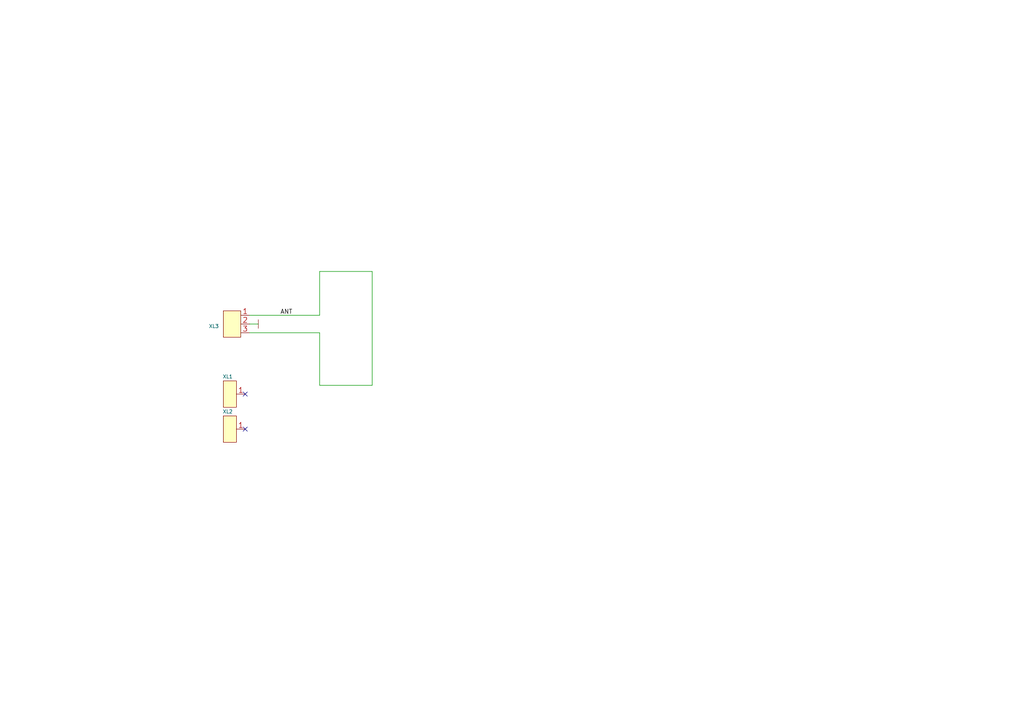
<source format=kicad_sch>
(kicad_sch (version 20211123) (generator eeschema)

  (uuid 7ebf9f08-25d6-43ff-898a-0e02d51a5437)

  (paper "A4")

  (lib_symbols
    (symbol "Connectors_kl:CONN_1" (pin_names (offset 1.016) hide) (in_bom yes) (on_board yes)
      (property "Reference" "XL" (id 0) (at -1.27 0.254 90)
        (effects (font (size 1.016 1.016)))
      )
      (property "Value" "CONN_1" (id 1) (at 0.254 0.508 90)
        (effects (font (size 1.016 1.016)))
      )
      (property "Footprint" "" (id 2) (at 0 0 0)
        (effects (font (size 1.524 1.524)))
      )
      (property "Datasheet" "" (id 3) (at 0 0 0)
        (effects (font (size 1.524 1.524)))
      )
      (property "ki_keywords" "CONN" (id 4) (at 0 0 0)
        (effects (font (size 1.27 1.27)) hide)
      )
      (property "ki_description" "Symbole general de connecteur" (id 5) (at 0 0 0)
        (effects (font (size 1.27 1.27)) hide)
      )
      (symbol "CONN_1_0_1"
        (rectangle (start -2.54 -3.81) (end 1.27 3.81)
          (stroke (width 0) (type default) (color 0 0 0 0))
          (fill (type background))
        )
      )
      (symbol "CONN_1_1_1"
        (pin passive line (at -5.08 0 0) (length 2.54)
          (name "P1" (effects (font (size 1.524 1.524))))
          (number "1" (effects (font (size 1.524 1.524))))
        )
      )
    )
    (symbol "Connectors_kl:CONN_3" (pin_names (offset 1.016) hide) (in_bom yes) (on_board yes)
      (property "Reference" "XL" (id 0) (at -1.27 0 90)
        (effects (font (size 1.016 1.016)))
      )
      (property "Value" "CONN_3" (id 1) (at 1.27 0 90)
        (effects (font (size 1.016 1.016)))
      )
      (property "Footprint" "" (id 2) (at -3.81 -2.54 90)
        (effects (font (size 1.524 1.524)) hide)
      )
      (property "Datasheet" "" (id 3) (at -1.27 0 90)
        (effects (font (size 1.524 1.524)) hide)
      )
      (property "Price" "1" (id 4) (at 1.27 2.54 90)
        (effects (font (size 1.524 1.524)) hide)
      )
      (property "SolderPoints" "3" (id 5) (at 3.81 5.08 90)
        (effects (font (size 1.524 1.524)) hide)
      )
      (property "ki_keywords" "CONN" (id 6) (at 0 0 0)
        (effects (font (size 1.27 1.27)) hide)
      )
      (property "ki_description" "Symbole general de connecteur" (id 7) (at 0 0 0)
        (effects (font (size 1.27 1.27)) hide)
      )
      (symbol "CONN_3_0_1"
        (rectangle (start 2.54 3.81) (end -2.54 -3.81)
          (stroke (width 0) (type default) (color 0 0 0 0))
          (fill (type background))
        )
      )
      (symbol "CONN_3_1_1"
        (pin passive line (at 5.08 2.54 180) (length 2.54)
          (name "P1" (effects (font (size 1.524 1.524))))
          (number "1" (effects (font (size 1.524 1.524))))
        )
        (pin passive line (at 5.08 0 180) (length 2.54)
          (name "PM" (effects (font (size 1.524 1.524))))
          (number "2" (effects (font (size 1.524 1.524))))
        )
        (pin passive line (at 5.08 -2.54 180) (length 2.54)
          (name "~" (effects (font (size 1.524 1.524))))
          (number "3" (effects (font (size 1.524 1.524))))
        )
      )
    )
    (symbol "power:GND" (power) (pin_names (offset 0.254)) (in_bom yes) (on_board yes)
      (property "Reference" "#PWR" (id 0) (at 2.286 -0.508 0)
        (effects (font (size 0.762 0.762)) hide)
      )
      (property "Value" "GND" (id 1) (at 0 -2.032 0)
        (effects (font (size 0.762 0.762)) hide)
      )
      (property "Footprint" "" (id 2) (at 0 0 0)
        (effects (font (size 1.524 1.524)))
      )
      (property "Datasheet" "" (id 3) (at 0 0 0)
        (effects (font (size 1.524 1.524)))
      )
      (symbol "GND_0_1"
        (polyline
          (pts
            (xy -1.27 0)
            (xy 1.27 0)
          )
          (stroke (width 0.127) (type default) (color 0 0 0 0))
          (fill (type none))
        )
      )
      (symbol "GND_1_1"
        (pin power_in line (at 0 0 270) (length 0) hide
          (name "GND" (effects (font (size 0.762 0.762))))
          (number "1" (effects (font (size 0.762 0.762))))
        )
      )
    )
  )


  (no_connect (at 71.12 114.3) (uuid bb8fb9dd-fb12-4e7c-b564-306795a1bf1a))
  (no_connect (at 71.12 124.46) (uuid bb8fb9dd-fb12-4e7c-b564-306795a1bf1a))

  (wire (pts (xy 92.71 91.44) (xy 92.71 78.74))
    (stroke (width 0) (type default) (color 0 0 0 0))
    (uuid 1b2f5533-8718-4c8e-b9be-faa061fb00d9)
  )
  (wire (pts (xy 92.71 96.52) (xy 92.71 111.76))
    (stroke (width 0) (type default) (color 0 0 0 0))
    (uuid 205a505e-27bc-444e-bc23-3e7b6e39aa01)
  )
  (wire (pts (xy 92.71 96.52) (xy 72.39 96.52))
    (stroke (width 0) (type solid) (color 0 0 0 0))
    (uuid 4b1c51c8-188e-4913-8249-86292e77211f)
  )
  (wire (pts (xy 92.71 91.44) (xy 72.39 91.44))
    (stroke (width 0) (type solid) (color 0 0 0 0))
    (uuid 6b090b17-dd80-494d-a086-ad49de63753c)
  )
  (wire (pts (xy 107.95 78.74) (xy 107.95 111.76))
    (stroke (width 0) (type default) (color 0 0 0 0))
    (uuid 88600840-8b2b-4a93-9bde-941655f5483e)
  )
  (wire (pts (xy 74.93 93.98) (xy 72.39 93.98))
    (stroke (width 0) (type solid) (color 0 0 0 0))
    (uuid a5293d8b-234c-4791-8e42-6ddeacc709a1)
  )
  (wire (pts (xy 92.71 78.74) (xy 107.95 78.74))
    (stroke (width 0) (type default) (color 0 0 0 0))
    (uuid c5488d34-6749-4d6f-a574-be488a259f74)
  )
  (wire (pts (xy 107.95 111.76) (xy 92.71 111.76))
    (stroke (width 0) (type default) (color 0 0 0 0))
    (uuid ffa6d064-9501-43c7-ba72-91d4e5d76b24)
  )

  (label "ANT" (at 81.28 91.44 0)
    (effects (font (size 1.27 1.27)) (justify left bottom))
    (uuid 3f41a9c7-26fa-4aba-a956-17c06c2d520c)
  )

  (symbol (lib_id "Connectors_kl:CONN_1") (at 66.04 124.46 0) (mirror y) (unit 1)
    (in_bom yes) (on_board yes)
    (uuid 08f8d7c9-41cc-4259-9b3a-321937ad8d0d)
    (property "Reference" "XL2" (id 0) (at 66.04 119.38 0)
      (effects (font (size 1.016 1.016)))
    )
    (property "Value" "CONN_1" (id 1) (at 68.58 118.11 0)
      (effects (font (size 1.016 1.016)) hide)
    )
    (property "Footprint" "Connectors:PLS-1Square" (id 2) (at 68.58 118.11 0)
      (effects (font (size 1.524 1.524)) hide)
    )
    (property "Datasheet" "" (id 3) (at 66.04 124.46 0)
      (effects (font (size 1.524 1.524)))
    )
    (pin "1" (uuid 19b6b203-3661-4fc0-bf90-55a22bc1a694))
  )

  (symbol (lib_id "Connectors_kl:CONN_1") (at 66.04 114.3 0) (mirror y) (unit 1)
    (in_bom yes) (on_board yes)
    (uuid 29d1bf84-1b9d-41fd-beb2-5d07f032f220)
    (property "Reference" "XL1" (id 0) (at 66.04 109.22 0)
      (effects (font (size 1.016 1.016)))
    )
    (property "Value" "CONN_1" (id 1) (at 68.58 107.95 0)
      (effects (font (size 1.016 1.016)) hide)
    )
    (property "Footprint" "Connectors:PLS-1Square" (id 2) (at 68.58 107.95 0)
      (effects (font (size 1.524 1.524)) hide)
    )
    (property "Datasheet" "" (id 3) (at 66.04 114.3 0)
      (effects (font (size 1.524 1.524)))
    )
    (pin "1" (uuid 342db900-0158-478e-be0f-c7c12d23d84b))
  )

  (symbol (lib_id "Connectors_kl:CONN_3") (at 67.31 93.98 0) (unit 1)
    (in_bom yes) (on_board yes) (fields_autoplaced)
    (uuid 9071c1cb-1de6-4a2e-8d19-a9ee69d011bd)
    (property "Reference" "XL3" (id 0) (at 63.5 94.615 0)
      (effects (font (size 1.016 1.016)) (justify right))
    )
    (property "Value" "CONN_3" (id 1) (at 63.5 95.885 0)
      (effects (font (size 1.016 1.016)) (justify right) hide)
    )
    (property "Footprint" "Connectors:PLS-3" (id 2) (at 63.5 96.52 90)
      (effects (font (size 1.524 1.524)) hide)
    )
    (property "Datasheet" "" (id 3) (at 66.04 93.98 90)
      (effects (font (size 1.524 1.524)) hide)
    )
    (property "Price" "1" (id 4) (at 68.58 91.44 90)
      (effects (font (size 1.524 1.524)) hide)
    )
    (property "SolderPoints" "3" (id 5) (at 71.12 88.9 90)
      (effects (font (size 1.524 1.524)) hide)
    )
    (pin "1" (uuid e1165bed-3b2d-4a23-ab73-8ef505ef248e))
    (pin "2" (uuid e9fd2f9f-b00d-4911-b22e-2e4a171f3779))
    (pin "3" (uuid 81c591fe-30b3-430c-b55b-a7916a0347b4))
  )

  (symbol (lib_id "power:GND") (at 74.93 93.98 90) (mirror x) (unit 1)
    (in_bom yes) (on_board yes)
    (uuid a3cc69b0-33b9-43f4-8f86-54900ed3f16f)
    (property "Reference" "#PWR01" (id 0) (at 75.438 96.266 0)
      (effects (font (size 0.762 0.762)) hide)
    )
    (property "Value" "GND" (id 1) (at 76.962 93.98 0)
      (effects (font (size 0.762 0.762)) hide)
    )
    (property "Footprint" "" (id 2) (at 74.93 93.98 0)
      (effects (font (size 1.524 1.524)))
    )
    (property "Datasheet" "" (id 3) (at 74.93 93.98 0)
      (effects (font (size 1.524 1.524)))
    )
    (pin "1" (uuid 8eeffd3e-79ba-4515-98a1-5939cd577e99))
  )

  (sheet_instances
    (path "/" (page "1"))
  )

  (symbol_instances
    (path "/a3cc69b0-33b9-43f4-8f86-54900ed3f16f"
      (reference "#PWR01") (unit 1) (value "GND") (footprint "")
    )
    (path "/29d1bf84-1b9d-41fd-beb2-5d07f032f220"
      (reference "XL1") (unit 1) (value "CONN_1") (footprint "Connectors:PLS-1Square")
    )
    (path "/08f8d7c9-41cc-4259-9b3a-321937ad8d0d"
      (reference "XL2") (unit 1) (value "CONN_1") (footprint "Connectors:PLS-1Square")
    )
    (path "/9071c1cb-1de6-4a2e-8d19-a9ee69d011bd"
      (reference "XL3") (unit 1) (value "CONN_3") (footprint "Connectors:PLS-3")
    )
  )
)

</source>
